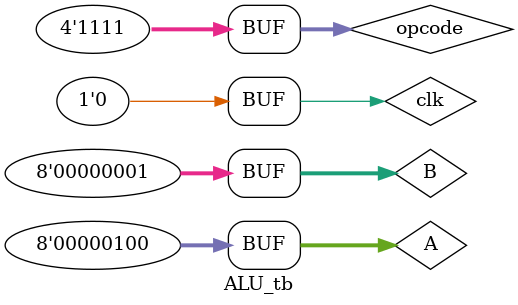
<source format=sv>
module ALU_tb();    
//inputs
reg clk;
  reg [7:0] A,B;
  reg[3:0] opcode;
// output
  wire[7:0] out; 

//Instantiate the design under test
ALU dut(
    .clk(clk),
    .A(A),
    .B(B),
  .opcode(opcode),
  .out(out));

initial begin //Initial means this only happens once
  $display("A         B         opcode   out");
  $monitor("%b  %b  %b     %b",A,B,opcode, out);
  	$dumpfile("dump.vcd");
  	$dumpvars;
    clk = 1'b1;
    A = 8'b00000100;
    B = 8'b00000001;
    opcode = 4'b0000;
    #5  //Note: This is not synthesizable and only available in simulation
        clk=!clk;
    #5
        clk=!clk;
        opcode = 4'b0110;
  	
    #5
        clk=!clk;
    #5
        clk=!clk;
        opcode = 4'b1000;
  	
    #5
        clk=!clk;
    #5
        clk=!clk;
        opcode = 4'b1111;
  	
    #5
        clk = !clk;
    end
endmodule 
</source>
